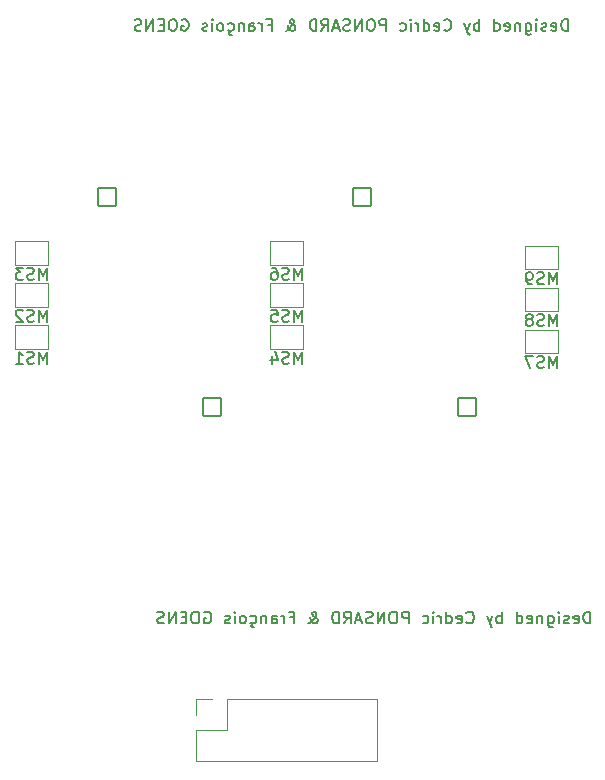
<source format=gbo>
G04 #@! TF.GenerationSoftware,KiCad,Pcbnew,7.0.8*
G04 #@! TF.CreationDate,2024-02-17T11:27:20+01:00*
G04 #@! TF.ProjectId,PCB_V2,5043425f-5632-42e6-9b69-6361645f7063,rev?*
G04 #@! TF.SameCoordinates,Original*
G04 #@! TF.FileFunction,Legend,Bot*
G04 #@! TF.FilePolarity,Positive*
%FSLAX46Y46*%
G04 Gerber Fmt 4.6, Leading zero omitted, Abs format (unit mm)*
G04 Created by KiCad (PCBNEW 7.0.8) date 2024-02-17 11:27:20*
%MOMM*%
%LPD*%
G01*
G04 APERTURE LIST*
G04 Aperture macros list*
%AMRoundRect*
0 Rectangle with rounded corners*
0 $1 Rounding radius*
0 $2 $3 $4 $5 $6 $7 $8 $9 X,Y pos of 4 corners*
0 Add a 4 corners polygon primitive as box body*
4,1,4,$2,$3,$4,$5,$6,$7,$8,$9,$2,$3,0*
0 Add four circle primitives for the rounded corners*
1,1,$1+$1,$2,$3*
1,1,$1+$1,$4,$5*
1,1,$1+$1,$6,$7*
1,1,$1+$1,$8,$9*
0 Add four rect primitives between the rounded corners*
20,1,$1+$1,$2,$3,$4,$5,0*
20,1,$1+$1,$4,$5,$6,$7,0*
20,1,$1+$1,$6,$7,$8,$9,0*
20,1,$1+$1,$8,$9,$2,$3,0*%
G04 Aperture macros list end*
%ADD10C,0.150000*%
%ADD11C,0.120000*%
%ADD12O,1.700000X1.700000*%
%ADD13R,1.700000X1.700000*%
%ADD14C,3.100000*%
%ADD15C,5.400000*%
%ADD16RoundRect,0.102000X-0.762000X-0.762000X0.762000X-0.762000X0.762000X0.762000X-0.762000X0.762000X0*%
%ADD17C,1.728000*%
%ADD18C,2.600000*%
%ADD19R,2.600000X2.600000*%
%ADD20R,1.000000X1.500000*%
G04 APERTURE END LIST*
D10*
X225723220Y-83054819D02*
X225723220Y-82054819D01*
X225723220Y-82054819D02*
X225485125Y-82054819D01*
X225485125Y-82054819D02*
X225342268Y-82102438D01*
X225342268Y-82102438D02*
X225247030Y-82197676D01*
X225247030Y-82197676D02*
X225199411Y-82292914D01*
X225199411Y-82292914D02*
X225151792Y-82483390D01*
X225151792Y-82483390D02*
X225151792Y-82626247D01*
X225151792Y-82626247D02*
X225199411Y-82816723D01*
X225199411Y-82816723D02*
X225247030Y-82911961D01*
X225247030Y-82911961D02*
X225342268Y-83007200D01*
X225342268Y-83007200D02*
X225485125Y-83054819D01*
X225485125Y-83054819D02*
X225723220Y-83054819D01*
X224342268Y-83007200D02*
X224437506Y-83054819D01*
X224437506Y-83054819D02*
X224627982Y-83054819D01*
X224627982Y-83054819D02*
X224723220Y-83007200D01*
X224723220Y-83007200D02*
X224770839Y-82911961D01*
X224770839Y-82911961D02*
X224770839Y-82531009D01*
X224770839Y-82531009D02*
X224723220Y-82435771D01*
X224723220Y-82435771D02*
X224627982Y-82388152D01*
X224627982Y-82388152D02*
X224437506Y-82388152D01*
X224437506Y-82388152D02*
X224342268Y-82435771D01*
X224342268Y-82435771D02*
X224294649Y-82531009D01*
X224294649Y-82531009D02*
X224294649Y-82626247D01*
X224294649Y-82626247D02*
X224770839Y-82721485D01*
X223913696Y-83007200D02*
X223818458Y-83054819D01*
X223818458Y-83054819D02*
X223627982Y-83054819D01*
X223627982Y-83054819D02*
X223532744Y-83007200D01*
X223532744Y-83007200D02*
X223485125Y-82911961D01*
X223485125Y-82911961D02*
X223485125Y-82864342D01*
X223485125Y-82864342D02*
X223532744Y-82769104D01*
X223532744Y-82769104D02*
X223627982Y-82721485D01*
X223627982Y-82721485D02*
X223770839Y-82721485D01*
X223770839Y-82721485D02*
X223866077Y-82673866D01*
X223866077Y-82673866D02*
X223913696Y-82578628D01*
X223913696Y-82578628D02*
X223913696Y-82531009D01*
X223913696Y-82531009D02*
X223866077Y-82435771D01*
X223866077Y-82435771D02*
X223770839Y-82388152D01*
X223770839Y-82388152D02*
X223627982Y-82388152D01*
X223627982Y-82388152D02*
X223532744Y-82435771D01*
X223056553Y-83054819D02*
X223056553Y-82388152D01*
X223056553Y-82054819D02*
X223104172Y-82102438D01*
X223104172Y-82102438D02*
X223056553Y-82150057D01*
X223056553Y-82150057D02*
X223008934Y-82102438D01*
X223008934Y-82102438D02*
X223056553Y-82054819D01*
X223056553Y-82054819D02*
X223056553Y-82150057D01*
X222151792Y-82388152D02*
X222151792Y-83197676D01*
X222151792Y-83197676D02*
X222199411Y-83292914D01*
X222199411Y-83292914D02*
X222247030Y-83340533D01*
X222247030Y-83340533D02*
X222342268Y-83388152D01*
X222342268Y-83388152D02*
X222485125Y-83388152D01*
X222485125Y-83388152D02*
X222580363Y-83340533D01*
X222151792Y-83007200D02*
X222247030Y-83054819D01*
X222247030Y-83054819D02*
X222437506Y-83054819D01*
X222437506Y-83054819D02*
X222532744Y-83007200D01*
X222532744Y-83007200D02*
X222580363Y-82959580D01*
X222580363Y-82959580D02*
X222627982Y-82864342D01*
X222627982Y-82864342D02*
X222627982Y-82578628D01*
X222627982Y-82578628D02*
X222580363Y-82483390D01*
X222580363Y-82483390D02*
X222532744Y-82435771D01*
X222532744Y-82435771D02*
X222437506Y-82388152D01*
X222437506Y-82388152D02*
X222247030Y-82388152D01*
X222247030Y-82388152D02*
X222151792Y-82435771D01*
X221675601Y-82388152D02*
X221675601Y-83054819D01*
X221675601Y-82483390D02*
X221627982Y-82435771D01*
X221627982Y-82435771D02*
X221532744Y-82388152D01*
X221532744Y-82388152D02*
X221389887Y-82388152D01*
X221389887Y-82388152D02*
X221294649Y-82435771D01*
X221294649Y-82435771D02*
X221247030Y-82531009D01*
X221247030Y-82531009D02*
X221247030Y-83054819D01*
X220389887Y-83007200D02*
X220485125Y-83054819D01*
X220485125Y-83054819D02*
X220675601Y-83054819D01*
X220675601Y-83054819D02*
X220770839Y-83007200D01*
X220770839Y-83007200D02*
X220818458Y-82911961D01*
X220818458Y-82911961D02*
X220818458Y-82531009D01*
X220818458Y-82531009D02*
X220770839Y-82435771D01*
X220770839Y-82435771D02*
X220675601Y-82388152D01*
X220675601Y-82388152D02*
X220485125Y-82388152D01*
X220485125Y-82388152D02*
X220389887Y-82435771D01*
X220389887Y-82435771D02*
X220342268Y-82531009D01*
X220342268Y-82531009D02*
X220342268Y-82626247D01*
X220342268Y-82626247D02*
X220818458Y-82721485D01*
X219485125Y-83054819D02*
X219485125Y-82054819D01*
X219485125Y-83007200D02*
X219580363Y-83054819D01*
X219580363Y-83054819D02*
X219770839Y-83054819D01*
X219770839Y-83054819D02*
X219866077Y-83007200D01*
X219866077Y-83007200D02*
X219913696Y-82959580D01*
X219913696Y-82959580D02*
X219961315Y-82864342D01*
X219961315Y-82864342D02*
X219961315Y-82578628D01*
X219961315Y-82578628D02*
X219913696Y-82483390D01*
X219913696Y-82483390D02*
X219866077Y-82435771D01*
X219866077Y-82435771D02*
X219770839Y-82388152D01*
X219770839Y-82388152D02*
X219580363Y-82388152D01*
X219580363Y-82388152D02*
X219485125Y-82435771D01*
X218247029Y-83054819D02*
X218247029Y-82054819D01*
X218247029Y-82435771D02*
X218151791Y-82388152D01*
X218151791Y-82388152D02*
X217961315Y-82388152D01*
X217961315Y-82388152D02*
X217866077Y-82435771D01*
X217866077Y-82435771D02*
X217818458Y-82483390D01*
X217818458Y-82483390D02*
X217770839Y-82578628D01*
X217770839Y-82578628D02*
X217770839Y-82864342D01*
X217770839Y-82864342D02*
X217818458Y-82959580D01*
X217818458Y-82959580D02*
X217866077Y-83007200D01*
X217866077Y-83007200D02*
X217961315Y-83054819D01*
X217961315Y-83054819D02*
X218151791Y-83054819D01*
X218151791Y-83054819D02*
X218247029Y-83007200D01*
X217437505Y-82388152D02*
X217199410Y-83054819D01*
X216961315Y-82388152D02*
X217199410Y-83054819D01*
X217199410Y-83054819D02*
X217294648Y-83292914D01*
X217294648Y-83292914D02*
X217342267Y-83340533D01*
X217342267Y-83340533D02*
X217437505Y-83388152D01*
X215247029Y-82959580D02*
X215294648Y-83007200D01*
X215294648Y-83007200D02*
X215437505Y-83054819D01*
X215437505Y-83054819D02*
X215532743Y-83054819D01*
X215532743Y-83054819D02*
X215675600Y-83007200D01*
X215675600Y-83007200D02*
X215770838Y-82911961D01*
X215770838Y-82911961D02*
X215818457Y-82816723D01*
X215818457Y-82816723D02*
X215866076Y-82626247D01*
X215866076Y-82626247D02*
X215866076Y-82483390D01*
X215866076Y-82483390D02*
X215818457Y-82292914D01*
X215818457Y-82292914D02*
X215770838Y-82197676D01*
X215770838Y-82197676D02*
X215675600Y-82102438D01*
X215675600Y-82102438D02*
X215532743Y-82054819D01*
X215532743Y-82054819D02*
X215437505Y-82054819D01*
X215437505Y-82054819D02*
X215294648Y-82102438D01*
X215294648Y-82102438D02*
X215247029Y-82150057D01*
X214437505Y-83007200D02*
X214532743Y-83054819D01*
X214532743Y-83054819D02*
X214723219Y-83054819D01*
X214723219Y-83054819D02*
X214818457Y-83007200D01*
X214818457Y-83007200D02*
X214866076Y-82911961D01*
X214866076Y-82911961D02*
X214866076Y-82531009D01*
X214866076Y-82531009D02*
X214818457Y-82435771D01*
X214818457Y-82435771D02*
X214723219Y-82388152D01*
X214723219Y-82388152D02*
X214532743Y-82388152D01*
X214532743Y-82388152D02*
X214437505Y-82435771D01*
X214437505Y-82435771D02*
X214389886Y-82531009D01*
X214389886Y-82531009D02*
X214389886Y-82626247D01*
X214389886Y-82626247D02*
X214866076Y-82721485D01*
X213532743Y-83054819D02*
X213532743Y-82054819D01*
X213532743Y-83007200D02*
X213627981Y-83054819D01*
X213627981Y-83054819D02*
X213818457Y-83054819D01*
X213818457Y-83054819D02*
X213913695Y-83007200D01*
X213913695Y-83007200D02*
X213961314Y-82959580D01*
X213961314Y-82959580D02*
X214008933Y-82864342D01*
X214008933Y-82864342D02*
X214008933Y-82578628D01*
X214008933Y-82578628D02*
X213961314Y-82483390D01*
X213961314Y-82483390D02*
X213913695Y-82435771D01*
X213913695Y-82435771D02*
X213818457Y-82388152D01*
X213818457Y-82388152D02*
X213627981Y-82388152D01*
X213627981Y-82388152D02*
X213532743Y-82435771D01*
X213056552Y-83054819D02*
X213056552Y-82388152D01*
X213056552Y-82578628D02*
X213008933Y-82483390D01*
X213008933Y-82483390D02*
X212961314Y-82435771D01*
X212961314Y-82435771D02*
X212866076Y-82388152D01*
X212866076Y-82388152D02*
X212770838Y-82388152D01*
X212437504Y-83054819D02*
X212437504Y-82388152D01*
X212437504Y-82054819D02*
X212485123Y-82102438D01*
X212485123Y-82102438D02*
X212437504Y-82150057D01*
X212437504Y-82150057D02*
X212389885Y-82102438D01*
X212389885Y-82102438D02*
X212437504Y-82054819D01*
X212437504Y-82054819D02*
X212437504Y-82150057D01*
X211532743Y-83007200D02*
X211627981Y-83054819D01*
X211627981Y-83054819D02*
X211818457Y-83054819D01*
X211818457Y-83054819D02*
X211913695Y-83007200D01*
X211913695Y-83007200D02*
X211961314Y-82959580D01*
X211961314Y-82959580D02*
X212008933Y-82864342D01*
X212008933Y-82864342D02*
X212008933Y-82578628D01*
X212008933Y-82578628D02*
X211961314Y-82483390D01*
X211961314Y-82483390D02*
X211913695Y-82435771D01*
X211913695Y-82435771D02*
X211818457Y-82388152D01*
X211818457Y-82388152D02*
X211627981Y-82388152D01*
X211627981Y-82388152D02*
X211532743Y-82435771D01*
X210342266Y-83054819D02*
X210342266Y-82054819D01*
X210342266Y-82054819D02*
X209961314Y-82054819D01*
X209961314Y-82054819D02*
X209866076Y-82102438D01*
X209866076Y-82102438D02*
X209818457Y-82150057D01*
X209818457Y-82150057D02*
X209770838Y-82245295D01*
X209770838Y-82245295D02*
X209770838Y-82388152D01*
X209770838Y-82388152D02*
X209818457Y-82483390D01*
X209818457Y-82483390D02*
X209866076Y-82531009D01*
X209866076Y-82531009D02*
X209961314Y-82578628D01*
X209961314Y-82578628D02*
X210342266Y-82578628D01*
X209151790Y-82054819D02*
X208961314Y-82054819D01*
X208961314Y-82054819D02*
X208866076Y-82102438D01*
X208866076Y-82102438D02*
X208770838Y-82197676D01*
X208770838Y-82197676D02*
X208723219Y-82388152D01*
X208723219Y-82388152D02*
X208723219Y-82721485D01*
X208723219Y-82721485D02*
X208770838Y-82911961D01*
X208770838Y-82911961D02*
X208866076Y-83007200D01*
X208866076Y-83007200D02*
X208961314Y-83054819D01*
X208961314Y-83054819D02*
X209151790Y-83054819D01*
X209151790Y-83054819D02*
X209247028Y-83007200D01*
X209247028Y-83007200D02*
X209342266Y-82911961D01*
X209342266Y-82911961D02*
X209389885Y-82721485D01*
X209389885Y-82721485D02*
X209389885Y-82388152D01*
X209389885Y-82388152D02*
X209342266Y-82197676D01*
X209342266Y-82197676D02*
X209247028Y-82102438D01*
X209247028Y-82102438D02*
X209151790Y-82054819D01*
X208294647Y-83054819D02*
X208294647Y-82054819D01*
X208294647Y-82054819D02*
X207723219Y-83054819D01*
X207723219Y-83054819D02*
X207723219Y-82054819D01*
X207294647Y-83007200D02*
X207151790Y-83054819D01*
X207151790Y-83054819D02*
X206913695Y-83054819D01*
X206913695Y-83054819D02*
X206818457Y-83007200D01*
X206818457Y-83007200D02*
X206770838Y-82959580D01*
X206770838Y-82959580D02*
X206723219Y-82864342D01*
X206723219Y-82864342D02*
X206723219Y-82769104D01*
X206723219Y-82769104D02*
X206770838Y-82673866D01*
X206770838Y-82673866D02*
X206818457Y-82626247D01*
X206818457Y-82626247D02*
X206913695Y-82578628D01*
X206913695Y-82578628D02*
X207104171Y-82531009D01*
X207104171Y-82531009D02*
X207199409Y-82483390D01*
X207199409Y-82483390D02*
X207247028Y-82435771D01*
X207247028Y-82435771D02*
X207294647Y-82340533D01*
X207294647Y-82340533D02*
X207294647Y-82245295D01*
X207294647Y-82245295D02*
X207247028Y-82150057D01*
X207247028Y-82150057D02*
X207199409Y-82102438D01*
X207199409Y-82102438D02*
X207104171Y-82054819D01*
X207104171Y-82054819D02*
X206866076Y-82054819D01*
X206866076Y-82054819D02*
X206723219Y-82102438D01*
X206342266Y-82769104D02*
X205866076Y-82769104D01*
X206437504Y-83054819D02*
X206104171Y-82054819D01*
X206104171Y-82054819D02*
X205770838Y-83054819D01*
X204866076Y-83054819D02*
X205199409Y-82578628D01*
X205437504Y-83054819D02*
X205437504Y-82054819D01*
X205437504Y-82054819D02*
X205056552Y-82054819D01*
X205056552Y-82054819D02*
X204961314Y-82102438D01*
X204961314Y-82102438D02*
X204913695Y-82150057D01*
X204913695Y-82150057D02*
X204866076Y-82245295D01*
X204866076Y-82245295D02*
X204866076Y-82388152D01*
X204866076Y-82388152D02*
X204913695Y-82483390D01*
X204913695Y-82483390D02*
X204961314Y-82531009D01*
X204961314Y-82531009D02*
X205056552Y-82578628D01*
X205056552Y-82578628D02*
X205437504Y-82578628D01*
X204437504Y-83054819D02*
X204437504Y-82054819D01*
X204437504Y-82054819D02*
X204199409Y-82054819D01*
X204199409Y-82054819D02*
X204056552Y-82102438D01*
X204056552Y-82102438D02*
X203961314Y-82197676D01*
X203961314Y-82197676D02*
X203913695Y-82292914D01*
X203913695Y-82292914D02*
X203866076Y-82483390D01*
X203866076Y-82483390D02*
X203866076Y-82626247D01*
X203866076Y-82626247D02*
X203913695Y-82816723D01*
X203913695Y-82816723D02*
X203961314Y-82911961D01*
X203961314Y-82911961D02*
X204056552Y-83007200D01*
X204056552Y-83007200D02*
X204199409Y-83054819D01*
X204199409Y-83054819D02*
X204437504Y-83054819D01*
X201866075Y-83054819D02*
X201913695Y-83054819D01*
X201913695Y-83054819D02*
X202008933Y-83007200D01*
X202008933Y-83007200D02*
X202151790Y-82864342D01*
X202151790Y-82864342D02*
X202389885Y-82578628D01*
X202389885Y-82578628D02*
X202485123Y-82435771D01*
X202485123Y-82435771D02*
X202532742Y-82292914D01*
X202532742Y-82292914D02*
X202532742Y-82197676D01*
X202532742Y-82197676D02*
X202485123Y-82102438D01*
X202485123Y-82102438D02*
X202389885Y-82054819D01*
X202389885Y-82054819D02*
X202342266Y-82054819D01*
X202342266Y-82054819D02*
X202247028Y-82102438D01*
X202247028Y-82102438D02*
X202199409Y-82197676D01*
X202199409Y-82197676D02*
X202199409Y-82245295D01*
X202199409Y-82245295D02*
X202247028Y-82340533D01*
X202247028Y-82340533D02*
X202294647Y-82388152D01*
X202294647Y-82388152D02*
X202580361Y-82578628D01*
X202580361Y-82578628D02*
X202627980Y-82626247D01*
X202627980Y-82626247D02*
X202675599Y-82721485D01*
X202675599Y-82721485D02*
X202675599Y-82864342D01*
X202675599Y-82864342D02*
X202627980Y-82959580D01*
X202627980Y-82959580D02*
X202580361Y-83007200D01*
X202580361Y-83007200D02*
X202485123Y-83054819D01*
X202485123Y-83054819D02*
X202342266Y-83054819D01*
X202342266Y-83054819D02*
X202247028Y-83007200D01*
X202247028Y-83007200D02*
X202199409Y-82959580D01*
X202199409Y-82959580D02*
X202056552Y-82769104D01*
X202056552Y-82769104D02*
X202008933Y-82626247D01*
X202008933Y-82626247D02*
X202008933Y-82531009D01*
X200342266Y-82531009D02*
X200675599Y-82531009D01*
X200675599Y-83054819D02*
X200675599Y-82054819D01*
X200675599Y-82054819D02*
X200199409Y-82054819D01*
X199818456Y-83054819D02*
X199818456Y-82388152D01*
X199818456Y-82578628D02*
X199770837Y-82483390D01*
X199770837Y-82483390D02*
X199723218Y-82435771D01*
X199723218Y-82435771D02*
X199627980Y-82388152D01*
X199627980Y-82388152D02*
X199532742Y-82388152D01*
X198770837Y-83054819D02*
X198770837Y-82531009D01*
X198770837Y-82531009D02*
X198818456Y-82435771D01*
X198818456Y-82435771D02*
X198913694Y-82388152D01*
X198913694Y-82388152D02*
X199104170Y-82388152D01*
X199104170Y-82388152D02*
X199199408Y-82435771D01*
X198770837Y-83007200D02*
X198866075Y-83054819D01*
X198866075Y-83054819D02*
X199104170Y-83054819D01*
X199104170Y-83054819D02*
X199199408Y-83007200D01*
X199199408Y-83007200D02*
X199247027Y-82911961D01*
X199247027Y-82911961D02*
X199247027Y-82816723D01*
X199247027Y-82816723D02*
X199199408Y-82721485D01*
X199199408Y-82721485D02*
X199104170Y-82673866D01*
X199104170Y-82673866D02*
X198866075Y-82673866D01*
X198866075Y-82673866D02*
X198770837Y-82626247D01*
X198294646Y-82388152D02*
X198294646Y-83054819D01*
X198294646Y-82483390D02*
X198247027Y-82435771D01*
X198247027Y-82435771D02*
X198151789Y-82388152D01*
X198151789Y-82388152D02*
X198008932Y-82388152D01*
X198008932Y-82388152D02*
X197913694Y-82435771D01*
X197913694Y-82435771D02*
X197866075Y-82531009D01*
X197866075Y-82531009D02*
X197866075Y-83054819D01*
X196961313Y-83007200D02*
X197056551Y-83054819D01*
X197056551Y-83054819D02*
X197247027Y-83054819D01*
X197247027Y-83054819D02*
X197342265Y-83007200D01*
X197342265Y-83007200D02*
X197389884Y-82959580D01*
X197389884Y-82959580D02*
X197437503Y-82864342D01*
X197437503Y-82864342D02*
X197437503Y-82578628D01*
X197437503Y-82578628D02*
X197389884Y-82483390D01*
X197389884Y-82483390D02*
X197342265Y-82435771D01*
X197342265Y-82435771D02*
X197247027Y-82388152D01*
X197247027Y-82388152D02*
X197056551Y-82388152D01*
X197056551Y-82388152D02*
X196961313Y-82435771D01*
X197151789Y-83102438D02*
X197056551Y-83150057D01*
X197056551Y-83150057D02*
X197008932Y-83245295D01*
X197008932Y-83245295D02*
X197056551Y-83340533D01*
X197056551Y-83340533D02*
X197151789Y-83388152D01*
X197151789Y-83388152D02*
X197294646Y-83388152D01*
X196389884Y-83054819D02*
X196485122Y-83007200D01*
X196485122Y-83007200D02*
X196532741Y-82959580D01*
X196532741Y-82959580D02*
X196580360Y-82864342D01*
X196580360Y-82864342D02*
X196580360Y-82578628D01*
X196580360Y-82578628D02*
X196532741Y-82483390D01*
X196532741Y-82483390D02*
X196485122Y-82435771D01*
X196485122Y-82435771D02*
X196389884Y-82388152D01*
X196389884Y-82388152D02*
X196247027Y-82388152D01*
X196247027Y-82388152D02*
X196151789Y-82435771D01*
X196151789Y-82435771D02*
X196104170Y-82483390D01*
X196104170Y-82483390D02*
X196056551Y-82578628D01*
X196056551Y-82578628D02*
X196056551Y-82864342D01*
X196056551Y-82864342D02*
X196104170Y-82959580D01*
X196104170Y-82959580D02*
X196151789Y-83007200D01*
X196151789Y-83007200D02*
X196247027Y-83054819D01*
X196247027Y-83054819D02*
X196389884Y-83054819D01*
X195627979Y-83054819D02*
X195627979Y-82388152D01*
X195627979Y-82054819D02*
X195675598Y-82102438D01*
X195675598Y-82102438D02*
X195627979Y-82150057D01*
X195627979Y-82150057D02*
X195580360Y-82102438D01*
X195580360Y-82102438D02*
X195627979Y-82054819D01*
X195627979Y-82054819D02*
X195627979Y-82150057D01*
X195199408Y-83007200D02*
X195104170Y-83054819D01*
X195104170Y-83054819D02*
X194913694Y-83054819D01*
X194913694Y-83054819D02*
X194818456Y-83007200D01*
X194818456Y-83007200D02*
X194770837Y-82911961D01*
X194770837Y-82911961D02*
X194770837Y-82864342D01*
X194770837Y-82864342D02*
X194818456Y-82769104D01*
X194818456Y-82769104D02*
X194913694Y-82721485D01*
X194913694Y-82721485D02*
X195056551Y-82721485D01*
X195056551Y-82721485D02*
X195151789Y-82673866D01*
X195151789Y-82673866D02*
X195199408Y-82578628D01*
X195199408Y-82578628D02*
X195199408Y-82531009D01*
X195199408Y-82531009D02*
X195151789Y-82435771D01*
X195151789Y-82435771D02*
X195056551Y-82388152D01*
X195056551Y-82388152D02*
X194913694Y-82388152D01*
X194913694Y-82388152D02*
X194818456Y-82435771D01*
X193056551Y-82102438D02*
X193151789Y-82054819D01*
X193151789Y-82054819D02*
X193294646Y-82054819D01*
X193294646Y-82054819D02*
X193437503Y-82102438D01*
X193437503Y-82102438D02*
X193532741Y-82197676D01*
X193532741Y-82197676D02*
X193580360Y-82292914D01*
X193580360Y-82292914D02*
X193627979Y-82483390D01*
X193627979Y-82483390D02*
X193627979Y-82626247D01*
X193627979Y-82626247D02*
X193580360Y-82816723D01*
X193580360Y-82816723D02*
X193532741Y-82911961D01*
X193532741Y-82911961D02*
X193437503Y-83007200D01*
X193437503Y-83007200D02*
X193294646Y-83054819D01*
X193294646Y-83054819D02*
X193199408Y-83054819D01*
X193199408Y-83054819D02*
X193056551Y-83007200D01*
X193056551Y-83007200D02*
X193008932Y-82959580D01*
X193008932Y-82959580D02*
X193008932Y-82626247D01*
X193008932Y-82626247D02*
X193199408Y-82626247D01*
X192389884Y-82054819D02*
X192199408Y-82054819D01*
X192199408Y-82054819D02*
X192104170Y-82102438D01*
X192104170Y-82102438D02*
X192008932Y-82197676D01*
X192008932Y-82197676D02*
X191961313Y-82388152D01*
X191961313Y-82388152D02*
X191961313Y-82721485D01*
X191961313Y-82721485D02*
X192008932Y-82911961D01*
X192008932Y-82911961D02*
X192104170Y-83007200D01*
X192104170Y-83007200D02*
X192199408Y-83054819D01*
X192199408Y-83054819D02*
X192389884Y-83054819D01*
X192389884Y-83054819D02*
X192485122Y-83007200D01*
X192485122Y-83007200D02*
X192580360Y-82911961D01*
X192580360Y-82911961D02*
X192627979Y-82721485D01*
X192627979Y-82721485D02*
X192627979Y-82388152D01*
X192627979Y-82388152D02*
X192580360Y-82197676D01*
X192580360Y-82197676D02*
X192485122Y-82102438D01*
X192485122Y-82102438D02*
X192389884Y-82054819D01*
X191532741Y-82531009D02*
X191199408Y-82531009D01*
X191056551Y-83054819D02*
X191532741Y-83054819D01*
X191532741Y-83054819D02*
X191532741Y-82054819D01*
X191532741Y-82054819D02*
X191056551Y-82054819D01*
X190627979Y-83054819D02*
X190627979Y-82054819D01*
X190627979Y-82054819D02*
X190056551Y-83054819D01*
X190056551Y-83054819D02*
X190056551Y-82054819D01*
X189627979Y-83007200D02*
X189485122Y-83054819D01*
X189485122Y-83054819D02*
X189247027Y-83054819D01*
X189247027Y-83054819D02*
X189151789Y-83007200D01*
X189151789Y-83007200D02*
X189104170Y-82959580D01*
X189104170Y-82959580D02*
X189056551Y-82864342D01*
X189056551Y-82864342D02*
X189056551Y-82769104D01*
X189056551Y-82769104D02*
X189104170Y-82673866D01*
X189104170Y-82673866D02*
X189151789Y-82626247D01*
X189151789Y-82626247D02*
X189247027Y-82578628D01*
X189247027Y-82578628D02*
X189437503Y-82531009D01*
X189437503Y-82531009D02*
X189532741Y-82483390D01*
X189532741Y-82483390D02*
X189580360Y-82435771D01*
X189580360Y-82435771D02*
X189627979Y-82340533D01*
X189627979Y-82340533D02*
X189627979Y-82245295D01*
X189627979Y-82245295D02*
X189580360Y-82150057D01*
X189580360Y-82150057D02*
X189532741Y-82102438D01*
X189532741Y-82102438D02*
X189437503Y-82054819D01*
X189437503Y-82054819D02*
X189199408Y-82054819D01*
X189199408Y-82054819D02*
X189056551Y-82102438D01*
X223818220Y-32889819D02*
X223818220Y-31889819D01*
X223818220Y-31889819D02*
X223580125Y-31889819D01*
X223580125Y-31889819D02*
X223437268Y-31937438D01*
X223437268Y-31937438D02*
X223342030Y-32032676D01*
X223342030Y-32032676D02*
X223294411Y-32127914D01*
X223294411Y-32127914D02*
X223246792Y-32318390D01*
X223246792Y-32318390D02*
X223246792Y-32461247D01*
X223246792Y-32461247D02*
X223294411Y-32651723D01*
X223294411Y-32651723D02*
X223342030Y-32746961D01*
X223342030Y-32746961D02*
X223437268Y-32842200D01*
X223437268Y-32842200D02*
X223580125Y-32889819D01*
X223580125Y-32889819D02*
X223818220Y-32889819D01*
X222437268Y-32842200D02*
X222532506Y-32889819D01*
X222532506Y-32889819D02*
X222722982Y-32889819D01*
X222722982Y-32889819D02*
X222818220Y-32842200D01*
X222818220Y-32842200D02*
X222865839Y-32746961D01*
X222865839Y-32746961D02*
X222865839Y-32366009D01*
X222865839Y-32366009D02*
X222818220Y-32270771D01*
X222818220Y-32270771D02*
X222722982Y-32223152D01*
X222722982Y-32223152D02*
X222532506Y-32223152D01*
X222532506Y-32223152D02*
X222437268Y-32270771D01*
X222437268Y-32270771D02*
X222389649Y-32366009D01*
X222389649Y-32366009D02*
X222389649Y-32461247D01*
X222389649Y-32461247D02*
X222865839Y-32556485D01*
X222008696Y-32842200D02*
X221913458Y-32889819D01*
X221913458Y-32889819D02*
X221722982Y-32889819D01*
X221722982Y-32889819D02*
X221627744Y-32842200D01*
X221627744Y-32842200D02*
X221580125Y-32746961D01*
X221580125Y-32746961D02*
X221580125Y-32699342D01*
X221580125Y-32699342D02*
X221627744Y-32604104D01*
X221627744Y-32604104D02*
X221722982Y-32556485D01*
X221722982Y-32556485D02*
X221865839Y-32556485D01*
X221865839Y-32556485D02*
X221961077Y-32508866D01*
X221961077Y-32508866D02*
X222008696Y-32413628D01*
X222008696Y-32413628D02*
X222008696Y-32366009D01*
X222008696Y-32366009D02*
X221961077Y-32270771D01*
X221961077Y-32270771D02*
X221865839Y-32223152D01*
X221865839Y-32223152D02*
X221722982Y-32223152D01*
X221722982Y-32223152D02*
X221627744Y-32270771D01*
X221151553Y-32889819D02*
X221151553Y-32223152D01*
X221151553Y-31889819D02*
X221199172Y-31937438D01*
X221199172Y-31937438D02*
X221151553Y-31985057D01*
X221151553Y-31985057D02*
X221103934Y-31937438D01*
X221103934Y-31937438D02*
X221151553Y-31889819D01*
X221151553Y-31889819D02*
X221151553Y-31985057D01*
X220246792Y-32223152D02*
X220246792Y-33032676D01*
X220246792Y-33032676D02*
X220294411Y-33127914D01*
X220294411Y-33127914D02*
X220342030Y-33175533D01*
X220342030Y-33175533D02*
X220437268Y-33223152D01*
X220437268Y-33223152D02*
X220580125Y-33223152D01*
X220580125Y-33223152D02*
X220675363Y-33175533D01*
X220246792Y-32842200D02*
X220342030Y-32889819D01*
X220342030Y-32889819D02*
X220532506Y-32889819D01*
X220532506Y-32889819D02*
X220627744Y-32842200D01*
X220627744Y-32842200D02*
X220675363Y-32794580D01*
X220675363Y-32794580D02*
X220722982Y-32699342D01*
X220722982Y-32699342D02*
X220722982Y-32413628D01*
X220722982Y-32413628D02*
X220675363Y-32318390D01*
X220675363Y-32318390D02*
X220627744Y-32270771D01*
X220627744Y-32270771D02*
X220532506Y-32223152D01*
X220532506Y-32223152D02*
X220342030Y-32223152D01*
X220342030Y-32223152D02*
X220246792Y-32270771D01*
X219770601Y-32223152D02*
X219770601Y-32889819D01*
X219770601Y-32318390D02*
X219722982Y-32270771D01*
X219722982Y-32270771D02*
X219627744Y-32223152D01*
X219627744Y-32223152D02*
X219484887Y-32223152D01*
X219484887Y-32223152D02*
X219389649Y-32270771D01*
X219389649Y-32270771D02*
X219342030Y-32366009D01*
X219342030Y-32366009D02*
X219342030Y-32889819D01*
X218484887Y-32842200D02*
X218580125Y-32889819D01*
X218580125Y-32889819D02*
X218770601Y-32889819D01*
X218770601Y-32889819D02*
X218865839Y-32842200D01*
X218865839Y-32842200D02*
X218913458Y-32746961D01*
X218913458Y-32746961D02*
X218913458Y-32366009D01*
X218913458Y-32366009D02*
X218865839Y-32270771D01*
X218865839Y-32270771D02*
X218770601Y-32223152D01*
X218770601Y-32223152D02*
X218580125Y-32223152D01*
X218580125Y-32223152D02*
X218484887Y-32270771D01*
X218484887Y-32270771D02*
X218437268Y-32366009D01*
X218437268Y-32366009D02*
X218437268Y-32461247D01*
X218437268Y-32461247D02*
X218913458Y-32556485D01*
X217580125Y-32889819D02*
X217580125Y-31889819D01*
X217580125Y-32842200D02*
X217675363Y-32889819D01*
X217675363Y-32889819D02*
X217865839Y-32889819D01*
X217865839Y-32889819D02*
X217961077Y-32842200D01*
X217961077Y-32842200D02*
X218008696Y-32794580D01*
X218008696Y-32794580D02*
X218056315Y-32699342D01*
X218056315Y-32699342D02*
X218056315Y-32413628D01*
X218056315Y-32413628D02*
X218008696Y-32318390D01*
X218008696Y-32318390D02*
X217961077Y-32270771D01*
X217961077Y-32270771D02*
X217865839Y-32223152D01*
X217865839Y-32223152D02*
X217675363Y-32223152D01*
X217675363Y-32223152D02*
X217580125Y-32270771D01*
X216342029Y-32889819D02*
X216342029Y-31889819D01*
X216342029Y-32270771D02*
X216246791Y-32223152D01*
X216246791Y-32223152D02*
X216056315Y-32223152D01*
X216056315Y-32223152D02*
X215961077Y-32270771D01*
X215961077Y-32270771D02*
X215913458Y-32318390D01*
X215913458Y-32318390D02*
X215865839Y-32413628D01*
X215865839Y-32413628D02*
X215865839Y-32699342D01*
X215865839Y-32699342D02*
X215913458Y-32794580D01*
X215913458Y-32794580D02*
X215961077Y-32842200D01*
X215961077Y-32842200D02*
X216056315Y-32889819D01*
X216056315Y-32889819D02*
X216246791Y-32889819D01*
X216246791Y-32889819D02*
X216342029Y-32842200D01*
X215532505Y-32223152D02*
X215294410Y-32889819D01*
X215056315Y-32223152D02*
X215294410Y-32889819D01*
X215294410Y-32889819D02*
X215389648Y-33127914D01*
X215389648Y-33127914D02*
X215437267Y-33175533D01*
X215437267Y-33175533D02*
X215532505Y-33223152D01*
X213342029Y-32794580D02*
X213389648Y-32842200D01*
X213389648Y-32842200D02*
X213532505Y-32889819D01*
X213532505Y-32889819D02*
X213627743Y-32889819D01*
X213627743Y-32889819D02*
X213770600Y-32842200D01*
X213770600Y-32842200D02*
X213865838Y-32746961D01*
X213865838Y-32746961D02*
X213913457Y-32651723D01*
X213913457Y-32651723D02*
X213961076Y-32461247D01*
X213961076Y-32461247D02*
X213961076Y-32318390D01*
X213961076Y-32318390D02*
X213913457Y-32127914D01*
X213913457Y-32127914D02*
X213865838Y-32032676D01*
X213865838Y-32032676D02*
X213770600Y-31937438D01*
X213770600Y-31937438D02*
X213627743Y-31889819D01*
X213627743Y-31889819D02*
X213532505Y-31889819D01*
X213532505Y-31889819D02*
X213389648Y-31937438D01*
X213389648Y-31937438D02*
X213342029Y-31985057D01*
X212532505Y-32842200D02*
X212627743Y-32889819D01*
X212627743Y-32889819D02*
X212818219Y-32889819D01*
X212818219Y-32889819D02*
X212913457Y-32842200D01*
X212913457Y-32842200D02*
X212961076Y-32746961D01*
X212961076Y-32746961D02*
X212961076Y-32366009D01*
X212961076Y-32366009D02*
X212913457Y-32270771D01*
X212913457Y-32270771D02*
X212818219Y-32223152D01*
X212818219Y-32223152D02*
X212627743Y-32223152D01*
X212627743Y-32223152D02*
X212532505Y-32270771D01*
X212532505Y-32270771D02*
X212484886Y-32366009D01*
X212484886Y-32366009D02*
X212484886Y-32461247D01*
X212484886Y-32461247D02*
X212961076Y-32556485D01*
X211627743Y-32889819D02*
X211627743Y-31889819D01*
X211627743Y-32842200D02*
X211722981Y-32889819D01*
X211722981Y-32889819D02*
X211913457Y-32889819D01*
X211913457Y-32889819D02*
X212008695Y-32842200D01*
X212008695Y-32842200D02*
X212056314Y-32794580D01*
X212056314Y-32794580D02*
X212103933Y-32699342D01*
X212103933Y-32699342D02*
X212103933Y-32413628D01*
X212103933Y-32413628D02*
X212056314Y-32318390D01*
X212056314Y-32318390D02*
X212008695Y-32270771D01*
X212008695Y-32270771D02*
X211913457Y-32223152D01*
X211913457Y-32223152D02*
X211722981Y-32223152D01*
X211722981Y-32223152D02*
X211627743Y-32270771D01*
X211151552Y-32889819D02*
X211151552Y-32223152D01*
X211151552Y-32413628D02*
X211103933Y-32318390D01*
X211103933Y-32318390D02*
X211056314Y-32270771D01*
X211056314Y-32270771D02*
X210961076Y-32223152D01*
X210961076Y-32223152D02*
X210865838Y-32223152D01*
X210532504Y-32889819D02*
X210532504Y-32223152D01*
X210532504Y-31889819D02*
X210580123Y-31937438D01*
X210580123Y-31937438D02*
X210532504Y-31985057D01*
X210532504Y-31985057D02*
X210484885Y-31937438D01*
X210484885Y-31937438D02*
X210532504Y-31889819D01*
X210532504Y-31889819D02*
X210532504Y-31985057D01*
X209627743Y-32842200D02*
X209722981Y-32889819D01*
X209722981Y-32889819D02*
X209913457Y-32889819D01*
X209913457Y-32889819D02*
X210008695Y-32842200D01*
X210008695Y-32842200D02*
X210056314Y-32794580D01*
X210056314Y-32794580D02*
X210103933Y-32699342D01*
X210103933Y-32699342D02*
X210103933Y-32413628D01*
X210103933Y-32413628D02*
X210056314Y-32318390D01*
X210056314Y-32318390D02*
X210008695Y-32270771D01*
X210008695Y-32270771D02*
X209913457Y-32223152D01*
X209913457Y-32223152D02*
X209722981Y-32223152D01*
X209722981Y-32223152D02*
X209627743Y-32270771D01*
X208437266Y-32889819D02*
X208437266Y-31889819D01*
X208437266Y-31889819D02*
X208056314Y-31889819D01*
X208056314Y-31889819D02*
X207961076Y-31937438D01*
X207961076Y-31937438D02*
X207913457Y-31985057D01*
X207913457Y-31985057D02*
X207865838Y-32080295D01*
X207865838Y-32080295D02*
X207865838Y-32223152D01*
X207865838Y-32223152D02*
X207913457Y-32318390D01*
X207913457Y-32318390D02*
X207961076Y-32366009D01*
X207961076Y-32366009D02*
X208056314Y-32413628D01*
X208056314Y-32413628D02*
X208437266Y-32413628D01*
X207246790Y-31889819D02*
X207056314Y-31889819D01*
X207056314Y-31889819D02*
X206961076Y-31937438D01*
X206961076Y-31937438D02*
X206865838Y-32032676D01*
X206865838Y-32032676D02*
X206818219Y-32223152D01*
X206818219Y-32223152D02*
X206818219Y-32556485D01*
X206818219Y-32556485D02*
X206865838Y-32746961D01*
X206865838Y-32746961D02*
X206961076Y-32842200D01*
X206961076Y-32842200D02*
X207056314Y-32889819D01*
X207056314Y-32889819D02*
X207246790Y-32889819D01*
X207246790Y-32889819D02*
X207342028Y-32842200D01*
X207342028Y-32842200D02*
X207437266Y-32746961D01*
X207437266Y-32746961D02*
X207484885Y-32556485D01*
X207484885Y-32556485D02*
X207484885Y-32223152D01*
X207484885Y-32223152D02*
X207437266Y-32032676D01*
X207437266Y-32032676D02*
X207342028Y-31937438D01*
X207342028Y-31937438D02*
X207246790Y-31889819D01*
X206389647Y-32889819D02*
X206389647Y-31889819D01*
X206389647Y-31889819D02*
X205818219Y-32889819D01*
X205818219Y-32889819D02*
X205818219Y-31889819D01*
X205389647Y-32842200D02*
X205246790Y-32889819D01*
X205246790Y-32889819D02*
X205008695Y-32889819D01*
X205008695Y-32889819D02*
X204913457Y-32842200D01*
X204913457Y-32842200D02*
X204865838Y-32794580D01*
X204865838Y-32794580D02*
X204818219Y-32699342D01*
X204818219Y-32699342D02*
X204818219Y-32604104D01*
X204818219Y-32604104D02*
X204865838Y-32508866D01*
X204865838Y-32508866D02*
X204913457Y-32461247D01*
X204913457Y-32461247D02*
X205008695Y-32413628D01*
X205008695Y-32413628D02*
X205199171Y-32366009D01*
X205199171Y-32366009D02*
X205294409Y-32318390D01*
X205294409Y-32318390D02*
X205342028Y-32270771D01*
X205342028Y-32270771D02*
X205389647Y-32175533D01*
X205389647Y-32175533D02*
X205389647Y-32080295D01*
X205389647Y-32080295D02*
X205342028Y-31985057D01*
X205342028Y-31985057D02*
X205294409Y-31937438D01*
X205294409Y-31937438D02*
X205199171Y-31889819D01*
X205199171Y-31889819D02*
X204961076Y-31889819D01*
X204961076Y-31889819D02*
X204818219Y-31937438D01*
X204437266Y-32604104D02*
X203961076Y-32604104D01*
X204532504Y-32889819D02*
X204199171Y-31889819D01*
X204199171Y-31889819D02*
X203865838Y-32889819D01*
X202961076Y-32889819D02*
X203294409Y-32413628D01*
X203532504Y-32889819D02*
X203532504Y-31889819D01*
X203532504Y-31889819D02*
X203151552Y-31889819D01*
X203151552Y-31889819D02*
X203056314Y-31937438D01*
X203056314Y-31937438D02*
X203008695Y-31985057D01*
X203008695Y-31985057D02*
X202961076Y-32080295D01*
X202961076Y-32080295D02*
X202961076Y-32223152D01*
X202961076Y-32223152D02*
X203008695Y-32318390D01*
X203008695Y-32318390D02*
X203056314Y-32366009D01*
X203056314Y-32366009D02*
X203151552Y-32413628D01*
X203151552Y-32413628D02*
X203532504Y-32413628D01*
X202532504Y-32889819D02*
X202532504Y-31889819D01*
X202532504Y-31889819D02*
X202294409Y-31889819D01*
X202294409Y-31889819D02*
X202151552Y-31937438D01*
X202151552Y-31937438D02*
X202056314Y-32032676D01*
X202056314Y-32032676D02*
X202008695Y-32127914D01*
X202008695Y-32127914D02*
X201961076Y-32318390D01*
X201961076Y-32318390D02*
X201961076Y-32461247D01*
X201961076Y-32461247D02*
X202008695Y-32651723D01*
X202008695Y-32651723D02*
X202056314Y-32746961D01*
X202056314Y-32746961D02*
X202151552Y-32842200D01*
X202151552Y-32842200D02*
X202294409Y-32889819D01*
X202294409Y-32889819D02*
X202532504Y-32889819D01*
X199961075Y-32889819D02*
X200008695Y-32889819D01*
X200008695Y-32889819D02*
X200103933Y-32842200D01*
X200103933Y-32842200D02*
X200246790Y-32699342D01*
X200246790Y-32699342D02*
X200484885Y-32413628D01*
X200484885Y-32413628D02*
X200580123Y-32270771D01*
X200580123Y-32270771D02*
X200627742Y-32127914D01*
X200627742Y-32127914D02*
X200627742Y-32032676D01*
X200627742Y-32032676D02*
X200580123Y-31937438D01*
X200580123Y-31937438D02*
X200484885Y-31889819D01*
X200484885Y-31889819D02*
X200437266Y-31889819D01*
X200437266Y-31889819D02*
X200342028Y-31937438D01*
X200342028Y-31937438D02*
X200294409Y-32032676D01*
X200294409Y-32032676D02*
X200294409Y-32080295D01*
X200294409Y-32080295D02*
X200342028Y-32175533D01*
X200342028Y-32175533D02*
X200389647Y-32223152D01*
X200389647Y-32223152D02*
X200675361Y-32413628D01*
X200675361Y-32413628D02*
X200722980Y-32461247D01*
X200722980Y-32461247D02*
X200770599Y-32556485D01*
X200770599Y-32556485D02*
X200770599Y-32699342D01*
X200770599Y-32699342D02*
X200722980Y-32794580D01*
X200722980Y-32794580D02*
X200675361Y-32842200D01*
X200675361Y-32842200D02*
X200580123Y-32889819D01*
X200580123Y-32889819D02*
X200437266Y-32889819D01*
X200437266Y-32889819D02*
X200342028Y-32842200D01*
X200342028Y-32842200D02*
X200294409Y-32794580D01*
X200294409Y-32794580D02*
X200151552Y-32604104D01*
X200151552Y-32604104D02*
X200103933Y-32461247D01*
X200103933Y-32461247D02*
X200103933Y-32366009D01*
X198437266Y-32366009D02*
X198770599Y-32366009D01*
X198770599Y-32889819D02*
X198770599Y-31889819D01*
X198770599Y-31889819D02*
X198294409Y-31889819D01*
X197913456Y-32889819D02*
X197913456Y-32223152D01*
X197913456Y-32413628D02*
X197865837Y-32318390D01*
X197865837Y-32318390D02*
X197818218Y-32270771D01*
X197818218Y-32270771D02*
X197722980Y-32223152D01*
X197722980Y-32223152D02*
X197627742Y-32223152D01*
X196865837Y-32889819D02*
X196865837Y-32366009D01*
X196865837Y-32366009D02*
X196913456Y-32270771D01*
X196913456Y-32270771D02*
X197008694Y-32223152D01*
X197008694Y-32223152D02*
X197199170Y-32223152D01*
X197199170Y-32223152D02*
X197294408Y-32270771D01*
X196865837Y-32842200D02*
X196961075Y-32889819D01*
X196961075Y-32889819D02*
X197199170Y-32889819D01*
X197199170Y-32889819D02*
X197294408Y-32842200D01*
X197294408Y-32842200D02*
X197342027Y-32746961D01*
X197342027Y-32746961D02*
X197342027Y-32651723D01*
X197342027Y-32651723D02*
X197294408Y-32556485D01*
X197294408Y-32556485D02*
X197199170Y-32508866D01*
X197199170Y-32508866D02*
X196961075Y-32508866D01*
X196961075Y-32508866D02*
X196865837Y-32461247D01*
X196389646Y-32223152D02*
X196389646Y-32889819D01*
X196389646Y-32318390D02*
X196342027Y-32270771D01*
X196342027Y-32270771D02*
X196246789Y-32223152D01*
X196246789Y-32223152D02*
X196103932Y-32223152D01*
X196103932Y-32223152D02*
X196008694Y-32270771D01*
X196008694Y-32270771D02*
X195961075Y-32366009D01*
X195961075Y-32366009D02*
X195961075Y-32889819D01*
X195056313Y-32842200D02*
X195151551Y-32889819D01*
X195151551Y-32889819D02*
X195342027Y-32889819D01*
X195342027Y-32889819D02*
X195437265Y-32842200D01*
X195437265Y-32842200D02*
X195484884Y-32794580D01*
X195484884Y-32794580D02*
X195532503Y-32699342D01*
X195532503Y-32699342D02*
X195532503Y-32413628D01*
X195532503Y-32413628D02*
X195484884Y-32318390D01*
X195484884Y-32318390D02*
X195437265Y-32270771D01*
X195437265Y-32270771D02*
X195342027Y-32223152D01*
X195342027Y-32223152D02*
X195151551Y-32223152D01*
X195151551Y-32223152D02*
X195056313Y-32270771D01*
X195246789Y-32937438D02*
X195151551Y-32985057D01*
X195151551Y-32985057D02*
X195103932Y-33080295D01*
X195103932Y-33080295D02*
X195151551Y-33175533D01*
X195151551Y-33175533D02*
X195246789Y-33223152D01*
X195246789Y-33223152D02*
X195389646Y-33223152D01*
X194484884Y-32889819D02*
X194580122Y-32842200D01*
X194580122Y-32842200D02*
X194627741Y-32794580D01*
X194627741Y-32794580D02*
X194675360Y-32699342D01*
X194675360Y-32699342D02*
X194675360Y-32413628D01*
X194675360Y-32413628D02*
X194627741Y-32318390D01*
X194627741Y-32318390D02*
X194580122Y-32270771D01*
X194580122Y-32270771D02*
X194484884Y-32223152D01*
X194484884Y-32223152D02*
X194342027Y-32223152D01*
X194342027Y-32223152D02*
X194246789Y-32270771D01*
X194246789Y-32270771D02*
X194199170Y-32318390D01*
X194199170Y-32318390D02*
X194151551Y-32413628D01*
X194151551Y-32413628D02*
X194151551Y-32699342D01*
X194151551Y-32699342D02*
X194199170Y-32794580D01*
X194199170Y-32794580D02*
X194246789Y-32842200D01*
X194246789Y-32842200D02*
X194342027Y-32889819D01*
X194342027Y-32889819D02*
X194484884Y-32889819D01*
X193722979Y-32889819D02*
X193722979Y-32223152D01*
X193722979Y-31889819D02*
X193770598Y-31937438D01*
X193770598Y-31937438D02*
X193722979Y-31985057D01*
X193722979Y-31985057D02*
X193675360Y-31937438D01*
X193675360Y-31937438D02*
X193722979Y-31889819D01*
X193722979Y-31889819D02*
X193722979Y-31985057D01*
X193294408Y-32842200D02*
X193199170Y-32889819D01*
X193199170Y-32889819D02*
X193008694Y-32889819D01*
X193008694Y-32889819D02*
X192913456Y-32842200D01*
X192913456Y-32842200D02*
X192865837Y-32746961D01*
X192865837Y-32746961D02*
X192865837Y-32699342D01*
X192865837Y-32699342D02*
X192913456Y-32604104D01*
X192913456Y-32604104D02*
X193008694Y-32556485D01*
X193008694Y-32556485D02*
X193151551Y-32556485D01*
X193151551Y-32556485D02*
X193246789Y-32508866D01*
X193246789Y-32508866D02*
X193294408Y-32413628D01*
X193294408Y-32413628D02*
X193294408Y-32366009D01*
X193294408Y-32366009D02*
X193246789Y-32270771D01*
X193246789Y-32270771D02*
X193151551Y-32223152D01*
X193151551Y-32223152D02*
X193008694Y-32223152D01*
X193008694Y-32223152D02*
X192913456Y-32270771D01*
X191151551Y-31937438D02*
X191246789Y-31889819D01*
X191246789Y-31889819D02*
X191389646Y-31889819D01*
X191389646Y-31889819D02*
X191532503Y-31937438D01*
X191532503Y-31937438D02*
X191627741Y-32032676D01*
X191627741Y-32032676D02*
X191675360Y-32127914D01*
X191675360Y-32127914D02*
X191722979Y-32318390D01*
X191722979Y-32318390D02*
X191722979Y-32461247D01*
X191722979Y-32461247D02*
X191675360Y-32651723D01*
X191675360Y-32651723D02*
X191627741Y-32746961D01*
X191627741Y-32746961D02*
X191532503Y-32842200D01*
X191532503Y-32842200D02*
X191389646Y-32889819D01*
X191389646Y-32889819D02*
X191294408Y-32889819D01*
X191294408Y-32889819D02*
X191151551Y-32842200D01*
X191151551Y-32842200D02*
X191103932Y-32794580D01*
X191103932Y-32794580D02*
X191103932Y-32461247D01*
X191103932Y-32461247D02*
X191294408Y-32461247D01*
X190484884Y-31889819D02*
X190294408Y-31889819D01*
X190294408Y-31889819D02*
X190199170Y-31937438D01*
X190199170Y-31937438D02*
X190103932Y-32032676D01*
X190103932Y-32032676D02*
X190056313Y-32223152D01*
X190056313Y-32223152D02*
X190056313Y-32556485D01*
X190056313Y-32556485D02*
X190103932Y-32746961D01*
X190103932Y-32746961D02*
X190199170Y-32842200D01*
X190199170Y-32842200D02*
X190294408Y-32889819D01*
X190294408Y-32889819D02*
X190484884Y-32889819D01*
X190484884Y-32889819D02*
X190580122Y-32842200D01*
X190580122Y-32842200D02*
X190675360Y-32746961D01*
X190675360Y-32746961D02*
X190722979Y-32556485D01*
X190722979Y-32556485D02*
X190722979Y-32223152D01*
X190722979Y-32223152D02*
X190675360Y-32032676D01*
X190675360Y-32032676D02*
X190580122Y-31937438D01*
X190580122Y-31937438D02*
X190484884Y-31889819D01*
X189627741Y-32366009D02*
X189294408Y-32366009D01*
X189151551Y-32889819D02*
X189627741Y-32889819D01*
X189627741Y-32889819D02*
X189627741Y-31889819D01*
X189627741Y-31889819D02*
X189151551Y-31889819D01*
X188722979Y-32889819D02*
X188722979Y-31889819D01*
X188722979Y-31889819D02*
X188151551Y-32889819D01*
X188151551Y-32889819D02*
X188151551Y-31889819D01*
X187722979Y-32842200D02*
X187580122Y-32889819D01*
X187580122Y-32889819D02*
X187342027Y-32889819D01*
X187342027Y-32889819D02*
X187246789Y-32842200D01*
X187246789Y-32842200D02*
X187199170Y-32794580D01*
X187199170Y-32794580D02*
X187151551Y-32699342D01*
X187151551Y-32699342D02*
X187151551Y-32604104D01*
X187151551Y-32604104D02*
X187199170Y-32508866D01*
X187199170Y-32508866D02*
X187246789Y-32461247D01*
X187246789Y-32461247D02*
X187342027Y-32413628D01*
X187342027Y-32413628D02*
X187532503Y-32366009D01*
X187532503Y-32366009D02*
X187627741Y-32318390D01*
X187627741Y-32318390D02*
X187675360Y-32270771D01*
X187675360Y-32270771D02*
X187722979Y-32175533D01*
X187722979Y-32175533D02*
X187722979Y-32080295D01*
X187722979Y-32080295D02*
X187675360Y-31985057D01*
X187675360Y-31985057D02*
X187627741Y-31937438D01*
X187627741Y-31937438D02*
X187532503Y-31889819D01*
X187532503Y-31889819D02*
X187294408Y-31889819D01*
X187294408Y-31889819D02*
X187151551Y-31937438D01*
X179720713Y-53949819D02*
X179720713Y-52949819D01*
X179720713Y-52949819D02*
X179387380Y-53664104D01*
X179387380Y-53664104D02*
X179054047Y-52949819D01*
X179054047Y-52949819D02*
X179054047Y-53949819D01*
X178625475Y-53902200D02*
X178482618Y-53949819D01*
X178482618Y-53949819D02*
X178244523Y-53949819D01*
X178244523Y-53949819D02*
X178149285Y-53902200D01*
X178149285Y-53902200D02*
X178101666Y-53854580D01*
X178101666Y-53854580D02*
X178054047Y-53759342D01*
X178054047Y-53759342D02*
X178054047Y-53664104D01*
X178054047Y-53664104D02*
X178101666Y-53568866D01*
X178101666Y-53568866D02*
X178149285Y-53521247D01*
X178149285Y-53521247D02*
X178244523Y-53473628D01*
X178244523Y-53473628D02*
X178434999Y-53426009D01*
X178434999Y-53426009D02*
X178530237Y-53378390D01*
X178530237Y-53378390D02*
X178577856Y-53330771D01*
X178577856Y-53330771D02*
X178625475Y-53235533D01*
X178625475Y-53235533D02*
X178625475Y-53140295D01*
X178625475Y-53140295D02*
X178577856Y-53045057D01*
X178577856Y-53045057D02*
X178530237Y-52997438D01*
X178530237Y-52997438D02*
X178434999Y-52949819D01*
X178434999Y-52949819D02*
X178196904Y-52949819D01*
X178196904Y-52949819D02*
X178054047Y-52997438D01*
X177720713Y-52949819D02*
X177101666Y-52949819D01*
X177101666Y-52949819D02*
X177434999Y-53330771D01*
X177434999Y-53330771D02*
X177292142Y-53330771D01*
X177292142Y-53330771D02*
X177196904Y-53378390D01*
X177196904Y-53378390D02*
X177149285Y-53426009D01*
X177149285Y-53426009D02*
X177101666Y-53521247D01*
X177101666Y-53521247D02*
X177101666Y-53759342D01*
X177101666Y-53759342D02*
X177149285Y-53854580D01*
X177149285Y-53854580D02*
X177196904Y-53902200D01*
X177196904Y-53902200D02*
X177292142Y-53949819D01*
X177292142Y-53949819D02*
X177577856Y-53949819D01*
X177577856Y-53949819D02*
X177673094Y-53902200D01*
X177673094Y-53902200D02*
X177720713Y-53854580D01*
X222900713Y-61424819D02*
X222900713Y-60424819D01*
X222900713Y-60424819D02*
X222567380Y-61139104D01*
X222567380Y-61139104D02*
X222234047Y-60424819D01*
X222234047Y-60424819D02*
X222234047Y-61424819D01*
X221805475Y-61377200D02*
X221662618Y-61424819D01*
X221662618Y-61424819D02*
X221424523Y-61424819D01*
X221424523Y-61424819D02*
X221329285Y-61377200D01*
X221329285Y-61377200D02*
X221281666Y-61329580D01*
X221281666Y-61329580D02*
X221234047Y-61234342D01*
X221234047Y-61234342D02*
X221234047Y-61139104D01*
X221234047Y-61139104D02*
X221281666Y-61043866D01*
X221281666Y-61043866D02*
X221329285Y-60996247D01*
X221329285Y-60996247D02*
X221424523Y-60948628D01*
X221424523Y-60948628D02*
X221614999Y-60901009D01*
X221614999Y-60901009D02*
X221710237Y-60853390D01*
X221710237Y-60853390D02*
X221757856Y-60805771D01*
X221757856Y-60805771D02*
X221805475Y-60710533D01*
X221805475Y-60710533D02*
X221805475Y-60615295D01*
X221805475Y-60615295D02*
X221757856Y-60520057D01*
X221757856Y-60520057D02*
X221710237Y-60472438D01*
X221710237Y-60472438D02*
X221614999Y-60424819D01*
X221614999Y-60424819D02*
X221376904Y-60424819D01*
X221376904Y-60424819D02*
X221234047Y-60472438D01*
X220900713Y-60424819D02*
X220234047Y-60424819D01*
X220234047Y-60424819D02*
X220662618Y-61424819D01*
X222900713Y-57874819D02*
X222900713Y-56874819D01*
X222900713Y-56874819D02*
X222567380Y-57589104D01*
X222567380Y-57589104D02*
X222234047Y-56874819D01*
X222234047Y-56874819D02*
X222234047Y-57874819D01*
X221805475Y-57827200D02*
X221662618Y-57874819D01*
X221662618Y-57874819D02*
X221424523Y-57874819D01*
X221424523Y-57874819D02*
X221329285Y-57827200D01*
X221329285Y-57827200D02*
X221281666Y-57779580D01*
X221281666Y-57779580D02*
X221234047Y-57684342D01*
X221234047Y-57684342D02*
X221234047Y-57589104D01*
X221234047Y-57589104D02*
X221281666Y-57493866D01*
X221281666Y-57493866D02*
X221329285Y-57446247D01*
X221329285Y-57446247D02*
X221424523Y-57398628D01*
X221424523Y-57398628D02*
X221614999Y-57351009D01*
X221614999Y-57351009D02*
X221710237Y-57303390D01*
X221710237Y-57303390D02*
X221757856Y-57255771D01*
X221757856Y-57255771D02*
X221805475Y-57160533D01*
X221805475Y-57160533D02*
X221805475Y-57065295D01*
X221805475Y-57065295D02*
X221757856Y-56970057D01*
X221757856Y-56970057D02*
X221710237Y-56922438D01*
X221710237Y-56922438D02*
X221614999Y-56874819D01*
X221614999Y-56874819D02*
X221376904Y-56874819D01*
X221376904Y-56874819D02*
X221234047Y-56922438D01*
X220662618Y-57303390D02*
X220757856Y-57255771D01*
X220757856Y-57255771D02*
X220805475Y-57208152D01*
X220805475Y-57208152D02*
X220853094Y-57112914D01*
X220853094Y-57112914D02*
X220853094Y-57065295D01*
X220853094Y-57065295D02*
X220805475Y-56970057D01*
X220805475Y-56970057D02*
X220757856Y-56922438D01*
X220757856Y-56922438D02*
X220662618Y-56874819D01*
X220662618Y-56874819D02*
X220472142Y-56874819D01*
X220472142Y-56874819D02*
X220376904Y-56922438D01*
X220376904Y-56922438D02*
X220329285Y-56970057D01*
X220329285Y-56970057D02*
X220281666Y-57065295D01*
X220281666Y-57065295D02*
X220281666Y-57112914D01*
X220281666Y-57112914D02*
X220329285Y-57208152D01*
X220329285Y-57208152D02*
X220376904Y-57255771D01*
X220376904Y-57255771D02*
X220472142Y-57303390D01*
X220472142Y-57303390D02*
X220662618Y-57303390D01*
X220662618Y-57303390D02*
X220757856Y-57351009D01*
X220757856Y-57351009D02*
X220805475Y-57398628D01*
X220805475Y-57398628D02*
X220853094Y-57493866D01*
X220853094Y-57493866D02*
X220853094Y-57684342D01*
X220853094Y-57684342D02*
X220805475Y-57779580D01*
X220805475Y-57779580D02*
X220757856Y-57827200D01*
X220757856Y-57827200D02*
X220662618Y-57874819D01*
X220662618Y-57874819D02*
X220472142Y-57874819D01*
X220472142Y-57874819D02*
X220376904Y-57827200D01*
X220376904Y-57827200D02*
X220329285Y-57779580D01*
X220329285Y-57779580D02*
X220281666Y-57684342D01*
X220281666Y-57684342D02*
X220281666Y-57493866D01*
X220281666Y-57493866D02*
X220329285Y-57398628D01*
X220329285Y-57398628D02*
X220376904Y-57351009D01*
X220376904Y-57351009D02*
X220472142Y-57303390D01*
X201310713Y-57499819D02*
X201310713Y-56499819D01*
X201310713Y-56499819D02*
X200977380Y-57214104D01*
X200977380Y-57214104D02*
X200644047Y-56499819D01*
X200644047Y-56499819D02*
X200644047Y-57499819D01*
X200215475Y-57452200D02*
X200072618Y-57499819D01*
X200072618Y-57499819D02*
X199834523Y-57499819D01*
X199834523Y-57499819D02*
X199739285Y-57452200D01*
X199739285Y-57452200D02*
X199691666Y-57404580D01*
X199691666Y-57404580D02*
X199644047Y-57309342D01*
X199644047Y-57309342D02*
X199644047Y-57214104D01*
X199644047Y-57214104D02*
X199691666Y-57118866D01*
X199691666Y-57118866D02*
X199739285Y-57071247D01*
X199739285Y-57071247D02*
X199834523Y-57023628D01*
X199834523Y-57023628D02*
X200024999Y-56976009D01*
X200024999Y-56976009D02*
X200120237Y-56928390D01*
X200120237Y-56928390D02*
X200167856Y-56880771D01*
X200167856Y-56880771D02*
X200215475Y-56785533D01*
X200215475Y-56785533D02*
X200215475Y-56690295D01*
X200215475Y-56690295D02*
X200167856Y-56595057D01*
X200167856Y-56595057D02*
X200120237Y-56547438D01*
X200120237Y-56547438D02*
X200024999Y-56499819D01*
X200024999Y-56499819D02*
X199786904Y-56499819D01*
X199786904Y-56499819D02*
X199644047Y-56547438D01*
X198739285Y-56499819D02*
X199215475Y-56499819D01*
X199215475Y-56499819D02*
X199263094Y-56976009D01*
X199263094Y-56976009D02*
X199215475Y-56928390D01*
X199215475Y-56928390D02*
X199120237Y-56880771D01*
X199120237Y-56880771D02*
X198882142Y-56880771D01*
X198882142Y-56880771D02*
X198786904Y-56928390D01*
X198786904Y-56928390D02*
X198739285Y-56976009D01*
X198739285Y-56976009D02*
X198691666Y-57071247D01*
X198691666Y-57071247D02*
X198691666Y-57309342D01*
X198691666Y-57309342D02*
X198739285Y-57404580D01*
X198739285Y-57404580D02*
X198786904Y-57452200D01*
X198786904Y-57452200D02*
X198882142Y-57499819D01*
X198882142Y-57499819D02*
X199120237Y-57499819D01*
X199120237Y-57499819D02*
X199215475Y-57452200D01*
X199215475Y-57452200D02*
X199263094Y-57404580D01*
X179720713Y-61049819D02*
X179720713Y-60049819D01*
X179720713Y-60049819D02*
X179387380Y-60764104D01*
X179387380Y-60764104D02*
X179054047Y-60049819D01*
X179054047Y-60049819D02*
X179054047Y-61049819D01*
X178625475Y-61002200D02*
X178482618Y-61049819D01*
X178482618Y-61049819D02*
X178244523Y-61049819D01*
X178244523Y-61049819D02*
X178149285Y-61002200D01*
X178149285Y-61002200D02*
X178101666Y-60954580D01*
X178101666Y-60954580D02*
X178054047Y-60859342D01*
X178054047Y-60859342D02*
X178054047Y-60764104D01*
X178054047Y-60764104D02*
X178101666Y-60668866D01*
X178101666Y-60668866D02*
X178149285Y-60621247D01*
X178149285Y-60621247D02*
X178244523Y-60573628D01*
X178244523Y-60573628D02*
X178434999Y-60526009D01*
X178434999Y-60526009D02*
X178530237Y-60478390D01*
X178530237Y-60478390D02*
X178577856Y-60430771D01*
X178577856Y-60430771D02*
X178625475Y-60335533D01*
X178625475Y-60335533D02*
X178625475Y-60240295D01*
X178625475Y-60240295D02*
X178577856Y-60145057D01*
X178577856Y-60145057D02*
X178530237Y-60097438D01*
X178530237Y-60097438D02*
X178434999Y-60049819D01*
X178434999Y-60049819D02*
X178196904Y-60049819D01*
X178196904Y-60049819D02*
X178054047Y-60097438D01*
X177101666Y-61049819D02*
X177673094Y-61049819D01*
X177387380Y-61049819D02*
X177387380Y-60049819D01*
X177387380Y-60049819D02*
X177482618Y-60192676D01*
X177482618Y-60192676D02*
X177577856Y-60287914D01*
X177577856Y-60287914D02*
X177673094Y-60335533D01*
X179720713Y-57499819D02*
X179720713Y-56499819D01*
X179720713Y-56499819D02*
X179387380Y-57214104D01*
X179387380Y-57214104D02*
X179054047Y-56499819D01*
X179054047Y-56499819D02*
X179054047Y-57499819D01*
X178625475Y-57452200D02*
X178482618Y-57499819D01*
X178482618Y-57499819D02*
X178244523Y-57499819D01*
X178244523Y-57499819D02*
X178149285Y-57452200D01*
X178149285Y-57452200D02*
X178101666Y-57404580D01*
X178101666Y-57404580D02*
X178054047Y-57309342D01*
X178054047Y-57309342D02*
X178054047Y-57214104D01*
X178054047Y-57214104D02*
X178101666Y-57118866D01*
X178101666Y-57118866D02*
X178149285Y-57071247D01*
X178149285Y-57071247D02*
X178244523Y-57023628D01*
X178244523Y-57023628D02*
X178434999Y-56976009D01*
X178434999Y-56976009D02*
X178530237Y-56928390D01*
X178530237Y-56928390D02*
X178577856Y-56880771D01*
X178577856Y-56880771D02*
X178625475Y-56785533D01*
X178625475Y-56785533D02*
X178625475Y-56690295D01*
X178625475Y-56690295D02*
X178577856Y-56595057D01*
X178577856Y-56595057D02*
X178530237Y-56547438D01*
X178530237Y-56547438D02*
X178434999Y-56499819D01*
X178434999Y-56499819D02*
X178196904Y-56499819D01*
X178196904Y-56499819D02*
X178054047Y-56547438D01*
X177673094Y-56595057D02*
X177625475Y-56547438D01*
X177625475Y-56547438D02*
X177530237Y-56499819D01*
X177530237Y-56499819D02*
X177292142Y-56499819D01*
X177292142Y-56499819D02*
X177196904Y-56547438D01*
X177196904Y-56547438D02*
X177149285Y-56595057D01*
X177149285Y-56595057D02*
X177101666Y-56690295D01*
X177101666Y-56690295D02*
X177101666Y-56785533D01*
X177101666Y-56785533D02*
X177149285Y-56928390D01*
X177149285Y-56928390D02*
X177720713Y-57499819D01*
X177720713Y-57499819D02*
X177101666Y-57499819D01*
X201310713Y-53949819D02*
X201310713Y-52949819D01*
X201310713Y-52949819D02*
X200977380Y-53664104D01*
X200977380Y-53664104D02*
X200644047Y-52949819D01*
X200644047Y-52949819D02*
X200644047Y-53949819D01*
X200215475Y-53902200D02*
X200072618Y-53949819D01*
X200072618Y-53949819D02*
X199834523Y-53949819D01*
X199834523Y-53949819D02*
X199739285Y-53902200D01*
X199739285Y-53902200D02*
X199691666Y-53854580D01*
X199691666Y-53854580D02*
X199644047Y-53759342D01*
X199644047Y-53759342D02*
X199644047Y-53664104D01*
X199644047Y-53664104D02*
X199691666Y-53568866D01*
X199691666Y-53568866D02*
X199739285Y-53521247D01*
X199739285Y-53521247D02*
X199834523Y-53473628D01*
X199834523Y-53473628D02*
X200024999Y-53426009D01*
X200024999Y-53426009D02*
X200120237Y-53378390D01*
X200120237Y-53378390D02*
X200167856Y-53330771D01*
X200167856Y-53330771D02*
X200215475Y-53235533D01*
X200215475Y-53235533D02*
X200215475Y-53140295D01*
X200215475Y-53140295D02*
X200167856Y-53045057D01*
X200167856Y-53045057D02*
X200120237Y-52997438D01*
X200120237Y-52997438D02*
X200024999Y-52949819D01*
X200024999Y-52949819D02*
X199786904Y-52949819D01*
X199786904Y-52949819D02*
X199644047Y-52997438D01*
X198786904Y-52949819D02*
X198977380Y-52949819D01*
X198977380Y-52949819D02*
X199072618Y-52997438D01*
X199072618Y-52997438D02*
X199120237Y-53045057D01*
X199120237Y-53045057D02*
X199215475Y-53187914D01*
X199215475Y-53187914D02*
X199263094Y-53378390D01*
X199263094Y-53378390D02*
X199263094Y-53759342D01*
X199263094Y-53759342D02*
X199215475Y-53854580D01*
X199215475Y-53854580D02*
X199167856Y-53902200D01*
X199167856Y-53902200D02*
X199072618Y-53949819D01*
X199072618Y-53949819D02*
X198882142Y-53949819D01*
X198882142Y-53949819D02*
X198786904Y-53902200D01*
X198786904Y-53902200D02*
X198739285Y-53854580D01*
X198739285Y-53854580D02*
X198691666Y-53759342D01*
X198691666Y-53759342D02*
X198691666Y-53521247D01*
X198691666Y-53521247D02*
X198739285Y-53426009D01*
X198739285Y-53426009D02*
X198786904Y-53378390D01*
X198786904Y-53378390D02*
X198882142Y-53330771D01*
X198882142Y-53330771D02*
X199072618Y-53330771D01*
X199072618Y-53330771D02*
X199167856Y-53378390D01*
X199167856Y-53378390D02*
X199215475Y-53426009D01*
X199215475Y-53426009D02*
X199263094Y-53521247D01*
X201310713Y-61049819D02*
X201310713Y-60049819D01*
X201310713Y-60049819D02*
X200977380Y-60764104D01*
X200977380Y-60764104D02*
X200644047Y-60049819D01*
X200644047Y-60049819D02*
X200644047Y-61049819D01*
X200215475Y-61002200D02*
X200072618Y-61049819D01*
X200072618Y-61049819D02*
X199834523Y-61049819D01*
X199834523Y-61049819D02*
X199739285Y-61002200D01*
X199739285Y-61002200D02*
X199691666Y-60954580D01*
X199691666Y-60954580D02*
X199644047Y-60859342D01*
X199644047Y-60859342D02*
X199644047Y-60764104D01*
X199644047Y-60764104D02*
X199691666Y-60668866D01*
X199691666Y-60668866D02*
X199739285Y-60621247D01*
X199739285Y-60621247D02*
X199834523Y-60573628D01*
X199834523Y-60573628D02*
X200024999Y-60526009D01*
X200024999Y-60526009D02*
X200120237Y-60478390D01*
X200120237Y-60478390D02*
X200167856Y-60430771D01*
X200167856Y-60430771D02*
X200215475Y-60335533D01*
X200215475Y-60335533D02*
X200215475Y-60240295D01*
X200215475Y-60240295D02*
X200167856Y-60145057D01*
X200167856Y-60145057D02*
X200120237Y-60097438D01*
X200120237Y-60097438D02*
X200024999Y-60049819D01*
X200024999Y-60049819D02*
X199786904Y-60049819D01*
X199786904Y-60049819D02*
X199644047Y-60097438D01*
X198786904Y-60383152D02*
X198786904Y-61049819D01*
X199024999Y-60002200D02*
X199263094Y-60716485D01*
X199263094Y-60716485D02*
X198644047Y-60716485D01*
X222900713Y-54324819D02*
X222900713Y-53324819D01*
X222900713Y-53324819D02*
X222567380Y-54039104D01*
X222567380Y-54039104D02*
X222234047Y-53324819D01*
X222234047Y-53324819D02*
X222234047Y-54324819D01*
X221805475Y-54277200D02*
X221662618Y-54324819D01*
X221662618Y-54324819D02*
X221424523Y-54324819D01*
X221424523Y-54324819D02*
X221329285Y-54277200D01*
X221329285Y-54277200D02*
X221281666Y-54229580D01*
X221281666Y-54229580D02*
X221234047Y-54134342D01*
X221234047Y-54134342D02*
X221234047Y-54039104D01*
X221234047Y-54039104D02*
X221281666Y-53943866D01*
X221281666Y-53943866D02*
X221329285Y-53896247D01*
X221329285Y-53896247D02*
X221424523Y-53848628D01*
X221424523Y-53848628D02*
X221614999Y-53801009D01*
X221614999Y-53801009D02*
X221710237Y-53753390D01*
X221710237Y-53753390D02*
X221757856Y-53705771D01*
X221757856Y-53705771D02*
X221805475Y-53610533D01*
X221805475Y-53610533D02*
X221805475Y-53515295D01*
X221805475Y-53515295D02*
X221757856Y-53420057D01*
X221757856Y-53420057D02*
X221710237Y-53372438D01*
X221710237Y-53372438D02*
X221614999Y-53324819D01*
X221614999Y-53324819D02*
X221376904Y-53324819D01*
X221376904Y-53324819D02*
X221234047Y-53372438D01*
X220757856Y-54324819D02*
X220567380Y-54324819D01*
X220567380Y-54324819D02*
X220472142Y-54277200D01*
X220472142Y-54277200D02*
X220424523Y-54229580D01*
X220424523Y-54229580D02*
X220329285Y-54086723D01*
X220329285Y-54086723D02*
X220281666Y-53896247D01*
X220281666Y-53896247D02*
X220281666Y-53515295D01*
X220281666Y-53515295D02*
X220329285Y-53420057D01*
X220329285Y-53420057D02*
X220376904Y-53372438D01*
X220376904Y-53372438D02*
X220472142Y-53324819D01*
X220472142Y-53324819D02*
X220662618Y-53324819D01*
X220662618Y-53324819D02*
X220757856Y-53372438D01*
X220757856Y-53372438D02*
X220805475Y-53420057D01*
X220805475Y-53420057D02*
X220853094Y-53515295D01*
X220853094Y-53515295D02*
X220853094Y-53753390D01*
X220853094Y-53753390D02*
X220805475Y-53848628D01*
X220805475Y-53848628D02*
X220757856Y-53896247D01*
X220757856Y-53896247D02*
X220662618Y-53943866D01*
X220662618Y-53943866D02*
X220472142Y-53943866D01*
X220472142Y-53943866D02*
X220376904Y-53896247D01*
X220376904Y-53896247D02*
X220329285Y-53848628D01*
X220329285Y-53848628D02*
X220281666Y-53753390D01*
D11*
X192345000Y-94675000D02*
X207705000Y-94675000D01*
X192345000Y-92075000D02*
X192345000Y-94675000D01*
X194945000Y-92075000D02*
X192345000Y-92075000D01*
X192345000Y-89475000D02*
X192345000Y-90805000D01*
X193675000Y-89475000D02*
X192345000Y-89475000D01*
X194945000Y-89475000D02*
X194945000Y-92075000D01*
X194945000Y-89475000D02*
X207705000Y-89475000D01*
X207705000Y-89475000D02*
X207705000Y-94675000D01*
X177035000Y-50695000D02*
X177035000Y-52695000D01*
X177035000Y-52695000D02*
X179835000Y-52695000D01*
X179835000Y-50695000D02*
X177035000Y-50695000D01*
X179835000Y-52695000D02*
X179835000Y-50695000D01*
X220215000Y-58170000D02*
X220215000Y-60170000D01*
X220215000Y-60170000D02*
X223015000Y-60170000D01*
X223015000Y-58170000D02*
X220215000Y-58170000D01*
X223015000Y-60170000D02*
X223015000Y-58170000D01*
X220215000Y-54620000D02*
X220215000Y-56620000D01*
X220215000Y-56620000D02*
X223015000Y-56620000D01*
X223015000Y-54620000D02*
X220215000Y-54620000D01*
X223015000Y-56620000D02*
X223015000Y-54620000D01*
X198625000Y-54245000D02*
X198625000Y-56245000D01*
X198625000Y-56245000D02*
X201425000Y-56245000D01*
X201425000Y-54245000D02*
X198625000Y-54245000D01*
X201425000Y-56245000D02*
X201425000Y-54245000D01*
X177035000Y-57795000D02*
X177035000Y-59795000D01*
X177035000Y-59795000D02*
X179835000Y-59795000D01*
X179835000Y-57795000D02*
X177035000Y-57795000D01*
X179835000Y-59795000D02*
X179835000Y-57795000D01*
X177035000Y-54245000D02*
X177035000Y-56245000D01*
X177035000Y-56245000D02*
X179835000Y-56245000D01*
X179835000Y-54245000D02*
X177035000Y-54245000D01*
X179835000Y-56245000D02*
X179835000Y-54245000D01*
X198625000Y-50695000D02*
X198625000Y-52695000D01*
X198625000Y-52695000D02*
X201425000Y-52695000D01*
X201425000Y-50695000D02*
X198625000Y-50695000D01*
X201425000Y-52695000D02*
X201425000Y-50695000D01*
X198625000Y-57795000D02*
X198625000Y-59795000D01*
X198625000Y-59795000D02*
X201425000Y-59795000D01*
X201425000Y-57795000D02*
X198625000Y-57795000D01*
X201425000Y-59795000D02*
X201425000Y-57795000D01*
X220215000Y-51070000D02*
X220215000Y-53070000D01*
X220215000Y-53070000D02*
X223015000Y-53070000D01*
X223015000Y-51070000D02*
X220215000Y-51070000D01*
X223015000Y-53070000D02*
X223015000Y-51070000D01*
%LPC*%
D12*
X206375000Y-93345000D03*
X206375000Y-90805000D03*
X203835000Y-93345000D03*
X203835000Y-90805000D03*
X201295000Y-93345000D03*
X201295000Y-90805000D03*
X198755000Y-93345000D03*
X198755000Y-90805000D03*
X196215000Y-93345000D03*
X196215000Y-90805000D03*
X193675000Y-93345000D03*
D13*
X193675000Y-90805000D03*
D14*
X227965000Y-70485000D03*
D15*
X227965000Y-70485000D03*
X172085000Y-70485000D03*
D14*
X172085000Y-70485000D03*
D15*
X227965000Y-34290000D03*
D14*
X227965000Y-34290000D03*
D16*
X184785000Y-46990000D03*
D17*
X184785000Y-49530000D03*
X184785000Y-52070000D03*
X184785000Y-54610000D03*
X184785000Y-57150000D03*
X184785000Y-59690000D03*
X184785000Y-62230000D03*
X184785000Y-64770000D03*
D16*
X172085000Y-64770000D03*
D17*
X172085000Y-62230000D03*
X172085000Y-59690000D03*
X172085000Y-57150000D03*
X172085000Y-54610000D03*
X172085000Y-52070000D03*
X172085000Y-49530000D03*
X172085000Y-46990000D03*
D12*
X187960000Y-80264000D03*
X187960000Y-77724000D03*
X185420000Y-80264000D03*
X185420000Y-77724000D03*
X182880000Y-80264000D03*
X182880000Y-77724000D03*
X180340000Y-80264000D03*
X180340000Y-77724000D03*
X177800000Y-80264000D03*
X177800000Y-77724000D03*
X175260000Y-80264000D03*
D13*
X175260000Y-77724000D03*
D18*
X173355000Y-37465000D03*
D19*
X178435000Y-37465000D03*
D12*
X224790000Y-80264000D03*
X224790000Y-77724000D03*
X222250000Y-80264000D03*
X222250000Y-77724000D03*
X219710000Y-80264000D03*
X219710000Y-77724000D03*
X217170000Y-80264000D03*
X217170000Y-77724000D03*
X214630000Y-80264000D03*
X214630000Y-77724000D03*
X212090000Y-80264000D03*
D13*
X212090000Y-77724000D03*
X196215000Y-70485000D03*
D12*
X198755000Y-70485000D03*
X201295000Y-70485000D03*
X203835000Y-70485000D03*
X211328000Y-35560000D03*
X208788000Y-35560000D03*
X206248000Y-35560000D03*
X203708000Y-35560000D03*
X201168000Y-35560000D03*
X198628000Y-35560000D03*
X196088000Y-35560000D03*
X193548000Y-35560000D03*
X191008000Y-35560000D03*
D13*
X188468000Y-35560000D03*
D16*
X227965000Y-46990000D03*
D17*
X227965000Y-49530000D03*
X227965000Y-52070000D03*
X227965000Y-54610000D03*
X227965000Y-57150000D03*
X227965000Y-59690000D03*
X227965000Y-62230000D03*
X227965000Y-64770000D03*
D16*
X215265000Y-64770000D03*
D17*
X215265000Y-62230000D03*
X215265000Y-59690000D03*
X215265000Y-57150000D03*
X215265000Y-54610000D03*
X215265000Y-52070000D03*
X215265000Y-49530000D03*
X215265000Y-46990000D03*
D13*
X182245000Y-70485000D03*
D12*
X184785000Y-70485000D03*
X187325000Y-70485000D03*
X189865000Y-70485000D03*
X206375000Y-80264000D03*
X206375000Y-77724000D03*
X203835000Y-80264000D03*
X203835000Y-77724000D03*
X201295000Y-80264000D03*
X201295000Y-77724000D03*
X198755000Y-80264000D03*
X198755000Y-77724000D03*
X196215000Y-80264000D03*
X196215000Y-77724000D03*
X193675000Y-80264000D03*
D13*
X193675000Y-77724000D03*
X210185000Y-70485000D03*
D12*
X212725000Y-70485000D03*
X215265000Y-70485000D03*
X217805000Y-70485000D03*
D16*
X206375000Y-46990000D03*
D17*
X206375000Y-49530000D03*
X206375000Y-52070000D03*
X206375000Y-54610000D03*
X206375000Y-57150000D03*
X206375000Y-59690000D03*
X206375000Y-62230000D03*
X206375000Y-64770000D03*
D16*
X193675000Y-64770000D03*
D17*
X193675000Y-62230000D03*
X193675000Y-59690000D03*
X193675000Y-57150000D03*
X193675000Y-54610000D03*
X193675000Y-52070000D03*
X193675000Y-49530000D03*
X193675000Y-46990000D03*
D20*
X177785000Y-51695000D03*
X179085000Y-51695000D03*
X220965000Y-59170000D03*
X222265000Y-59170000D03*
X220965000Y-55620000D03*
X222265000Y-55620000D03*
X199375000Y-55245000D03*
X200675000Y-55245000D03*
X177785000Y-58795000D03*
X179085000Y-58795000D03*
X177785000Y-55245000D03*
X179085000Y-55245000D03*
X199375000Y-51695000D03*
X200675000Y-51695000D03*
X199375000Y-58795000D03*
X200675000Y-58795000D03*
X220965000Y-52070000D03*
X222265000Y-52070000D03*
%LPD*%
M02*

</source>
